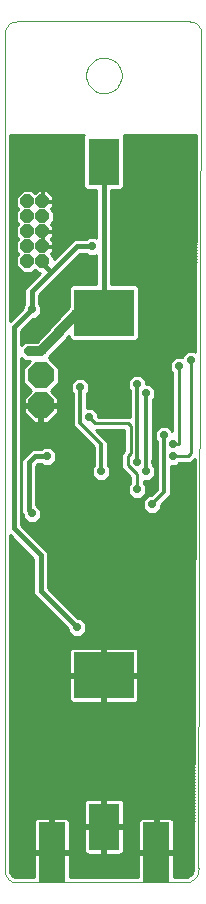
<source format=gbl>
G75*
%MOIN*%
%OFA0B0*%
%FSLAX24Y24*%
%IPPOS*%
%LPD*%
%AMOC8*
5,1,8,0,0,1.08239X$1,22.5*
%
%ADD10C,0.0000*%
%ADD11R,0.0900X0.2000*%
%ADD12OC8,0.0436*%
%ADD13R,0.1024X0.1575*%
%ADD14R,0.2000X0.1559*%
%ADD15OC8,0.0850*%
%ADD16OC8,0.0270*%
%ADD17C,0.0100*%
%ADD18C,0.0160*%
%ADD19OC8,0.0591*%
%ADD20C,0.0120*%
%ADD21C,0.0240*%
%ADD22C,0.0320*%
D10*
X000950Y004251D02*
X000950Y032151D01*
X000952Y032190D01*
X000958Y032229D01*
X000967Y032267D01*
X000980Y032304D01*
X000997Y032340D01*
X001017Y032373D01*
X001041Y032405D01*
X001067Y032434D01*
X001096Y032460D01*
X001128Y032484D01*
X001161Y032504D01*
X001197Y032521D01*
X001234Y032534D01*
X001272Y032543D01*
X001311Y032549D01*
X001350Y032551D01*
X007100Y032551D01*
X007139Y032549D01*
X007178Y032543D01*
X007216Y032534D01*
X007253Y032521D01*
X007289Y032504D01*
X007322Y032484D01*
X007354Y032460D01*
X007383Y032434D01*
X007409Y032405D01*
X007433Y032373D01*
X007453Y032340D01*
X007470Y032304D01*
X007483Y032267D01*
X007492Y032229D01*
X007498Y032190D01*
X007500Y032151D01*
X007400Y004351D01*
X007403Y004309D01*
X007402Y004267D01*
X007397Y004226D01*
X007388Y004185D01*
X007375Y004145D01*
X007359Y004107D01*
X007339Y004070D01*
X007316Y004035D01*
X007290Y004002D01*
X007261Y003972D01*
X007230Y003945D01*
X007195Y003920D01*
X007159Y003899D01*
X007121Y003882D01*
X007082Y003868D01*
X007041Y003857D01*
X007000Y003851D01*
X001350Y003851D01*
X001311Y003853D01*
X001272Y003859D01*
X001234Y003868D01*
X001197Y003881D01*
X001161Y003898D01*
X001128Y003918D01*
X001096Y003942D01*
X001067Y003968D01*
X001041Y003997D01*
X001017Y004029D01*
X000997Y004062D01*
X000980Y004098D01*
X000967Y004135D01*
X000958Y004173D01*
X000952Y004212D01*
X000950Y004251D01*
X002050Y003851D02*
X006450Y003851D01*
X003659Y030751D02*
X003661Y030799D01*
X003667Y030847D01*
X003677Y030894D01*
X003690Y030940D01*
X003708Y030985D01*
X003728Y031029D01*
X003753Y031071D01*
X003781Y031110D01*
X003811Y031147D01*
X003845Y031181D01*
X003882Y031213D01*
X003920Y031242D01*
X003961Y031267D01*
X004004Y031289D01*
X004049Y031307D01*
X004095Y031321D01*
X004142Y031332D01*
X004190Y031339D01*
X004238Y031342D01*
X004286Y031341D01*
X004334Y031336D01*
X004382Y031327D01*
X004428Y031315D01*
X004473Y031298D01*
X004517Y031278D01*
X004559Y031255D01*
X004599Y031228D01*
X004637Y031198D01*
X004672Y031165D01*
X004704Y031129D01*
X004734Y031091D01*
X004760Y031050D01*
X004782Y031007D01*
X004802Y030963D01*
X004817Y030918D01*
X004829Y030871D01*
X004837Y030823D01*
X004841Y030775D01*
X004841Y030727D01*
X004837Y030679D01*
X004829Y030631D01*
X004817Y030584D01*
X004802Y030539D01*
X004782Y030495D01*
X004760Y030452D01*
X004734Y030411D01*
X004704Y030373D01*
X004672Y030337D01*
X004637Y030304D01*
X004599Y030274D01*
X004559Y030247D01*
X004517Y030224D01*
X004473Y030204D01*
X004428Y030187D01*
X004382Y030175D01*
X004334Y030166D01*
X004286Y030161D01*
X004238Y030160D01*
X004190Y030163D01*
X004142Y030170D01*
X004095Y030181D01*
X004049Y030195D01*
X004004Y030213D01*
X003961Y030235D01*
X003920Y030260D01*
X003882Y030289D01*
X003845Y030321D01*
X003811Y030355D01*
X003781Y030392D01*
X003753Y030431D01*
X003728Y030473D01*
X003708Y030517D01*
X003690Y030562D01*
X003677Y030608D01*
X003667Y030655D01*
X003661Y030703D01*
X003659Y030751D01*
D11*
X002510Y004861D03*
X005990Y004861D03*
D12*
X002200Y024551D03*
X002200Y025051D03*
X002200Y025551D03*
X002200Y026051D03*
X002200Y026551D03*
X001700Y026551D03*
X001700Y026051D03*
X001700Y025551D03*
X001700Y025051D03*
X001700Y024551D03*
D13*
X004250Y027877D03*
X004250Y005712D03*
D14*
X004250Y010751D03*
X004250Y022838D03*
D15*
X002150Y020751D03*
X002150Y019751D03*
D16*
X002350Y018951D03*
X002350Y018551D03*
X002350Y018051D03*
X002350Y017551D03*
X002350Y017151D03*
X002350Y015851D03*
X002350Y015451D03*
X002050Y015651D03*
X001850Y016151D03*
X001500Y014751D03*
X001250Y014951D03*
X001250Y013351D03*
X001350Y011751D03*
X001450Y010151D03*
X001250Y008751D03*
X001750Y008751D03*
X002250Y006951D03*
X002350Y008751D03*
X002750Y010351D03*
X002750Y011151D03*
X002550Y012051D03*
X002050Y012951D03*
X001950Y011451D03*
X001700Y013301D03*
X003050Y013251D03*
X003350Y012351D03*
X003550Y013251D03*
X004250Y013151D03*
X004250Y012051D03*
X003950Y009551D03*
X003450Y008751D03*
X003750Y006951D03*
X003350Y005351D03*
X003350Y004851D03*
X003350Y004251D03*
X002950Y006951D03*
X005050Y006951D03*
X005150Y006351D03*
X005150Y005751D03*
X005150Y005351D03*
X005150Y004851D03*
X005150Y004251D03*
X005950Y006251D03*
X005950Y006951D03*
X005650Y008651D03*
X005650Y010251D03*
X005650Y011151D03*
X005650Y012051D03*
X005750Y012951D03*
X005050Y012951D03*
X005050Y015251D03*
X005150Y015751D03*
X005150Y016451D03*
X005350Y016951D03*
X005350Y017851D03*
X005650Y017551D03*
X005850Y016451D03*
X005950Y017851D03*
X006250Y018751D03*
X006550Y018451D03*
X006550Y018051D03*
X006750Y017451D03*
X006750Y016651D03*
X006750Y016151D03*
X006750Y015751D03*
X006950Y014751D03*
X006950Y013351D03*
X007050Y012851D03*
X006750Y012051D03*
X006450Y012951D03*
X007050Y011051D03*
X007050Y009851D03*
X006850Y008751D03*
X006950Y006851D03*
X006950Y006251D03*
X004850Y016051D03*
X004750Y017551D03*
X004950Y019651D03*
X004950Y020251D03*
X004950Y020651D03*
X004950Y021651D03*
X005350Y020451D03*
X005650Y020151D03*
X006050Y020651D03*
X006350Y020451D03*
X006750Y021051D03*
X006950Y022051D03*
X006850Y022351D03*
X007150Y022351D03*
X007150Y021751D03*
X007150Y021251D03*
X006450Y022351D03*
X006050Y022351D03*
X005650Y022351D03*
X006000Y025051D03*
X005600Y026301D03*
X005550Y025451D03*
X005550Y027251D03*
X005650Y028651D03*
X005050Y028651D03*
X005050Y027251D03*
X004650Y026751D03*
X004650Y026151D03*
X004650Y025451D03*
X003850Y025551D03*
X003850Y025051D03*
X003500Y026151D03*
X003550Y026851D03*
X003450Y028651D03*
X003150Y027751D03*
X003150Y027051D03*
X002750Y026051D03*
X002750Y025051D03*
X002850Y024051D03*
X002950Y023751D03*
X003150Y024051D03*
X003150Y024351D03*
X002600Y023751D03*
X001850Y022951D03*
X001750Y021551D03*
X002850Y019951D03*
X003450Y020351D03*
X003750Y019351D03*
X003950Y020151D03*
X004150Y017551D03*
X002450Y027251D03*
X002450Y027951D03*
X002250Y028651D03*
X001950Y027951D03*
X001750Y028651D03*
X001350Y027951D03*
X001350Y027251D03*
X001250Y028651D03*
X002850Y028651D03*
X006150Y027351D03*
X006250Y028651D03*
X006650Y027351D03*
X007050Y028651D03*
X007150Y027351D03*
X007150Y026251D03*
X007050Y025051D03*
X006550Y025051D03*
D17*
X007304Y025024D02*
X004500Y025024D01*
X004500Y025122D02*
X007305Y025122D01*
X007305Y025221D02*
X004500Y025221D01*
X004500Y025319D02*
X007305Y025319D01*
X007306Y025418D02*
X004500Y025418D01*
X004500Y025516D02*
X007306Y025516D01*
X007306Y025615D02*
X004500Y025615D01*
X004500Y025713D02*
X007307Y025713D01*
X007307Y025812D02*
X004500Y025812D01*
X004500Y025910D02*
X007308Y025910D01*
X007308Y026009D02*
X004500Y026009D01*
X004500Y026107D02*
X007308Y026107D01*
X007309Y026206D02*
X004500Y026206D01*
X004500Y026304D02*
X007309Y026304D01*
X007309Y026403D02*
X004500Y026403D01*
X004500Y026501D02*
X007310Y026501D01*
X007310Y026600D02*
X004500Y026600D01*
X004500Y026698D02*
X007310Y026698D01*
X007311Y026797D02*
X004500Y026797D01*
X004500Y026895D02*
X007311Y026895D01*
X007311Y026994D02*
X004906Y026994D01*
X004932Y027020D02*
X004932Y028735D01*
X004916Y028751D01*
X007318Y028751D01*
X007292Y021540D01*
X007276Y021556D01*
X007024Y021556D01*
X006845Y021377D01*
X006845Y021356D01*
X006624Y021356D01*
X006445Y021177D01*
X006445Y020924D01*
X006530Y020839D01*
X006530Y018902D01*
X006376Y019056D01*
X006124Y019056D01*
X005945Y018877D01*
X005945Y018624D01*
X006020Y018549D01*
X006020Y016946D01*
X005830Y016756D01*
X005724Y016756D01*
X005545Y016577D01*
X005545Y016324D01*
X005724Y016146D01*
X005976Y016146D01*
X006155Y016324D01*
X006155Y016430D01*
X006345Y016621D01*
X006480Y016755D01*
X006480Y017746D01*
X006676Y017746D01*
X006761Y017831D01*
X007141Y017831D01*
X007279Y017968D01*
X007230Y004411D01*
X007223Y004402D01*
X007230Y004342D01*
X007230Y004281D01*
X007232Y004279D01*
X007232Y004276D01*
X007201Y004170D01*
X007132Y004084D01*
X007035Y004031D01*
X006986Y004021D01*
X006590Y004021D01*
X006590Y004811D01*
X006040Y004811D01*
X006040Y004911D01*
X005940Y004911D01*
X005940Y006011D01*
X005520Y006011D01*
X005482Y006000D01*
X005448Y005981D01*
X005420Y005953D01*
X005400Y005919D01*
X005390Y005880D01*
X005390Y004911D01*
X005940Y004911D01*
X005940Y004811D01*
X005390Y004811D01*
X005390Y004021D01*
X003110Y004021D01*
X003110Y004811D01*
X002560Y004811D01*
X002560Y004911D01*
X002460Y004911D01*
X002460Y006011D01*
X002040Y006011D01*
X002002Y006000D01*
X001968Y005981D01*
X001940Y005953D01*
X001920Y005919D01*
X001910Y005880D01*
X001910Y004911D01*
X002460Y004911D01*
X002460Y004811D01*
X001910Y004811D01*
X001910Y004021D01*
X001350Y004021D01*
X001305Y004025D01*
X001222Y004059D01*
X001159Y004123D01*
X001124Y004206D01*
X001120Y004251D01*
X001120Y015427D01*
X001900Y014647D01*
X001900Y013501D01*
X001938Y013409D01*
X002008Y013339D01*
X003045Y012302D01*
X003045Y012224D01*
X003224Y012046D01*
X003476Y012046D01*
X003655Y012224D01*
X003655Y012477D01*
X003476Y012656D01*
X003399Y012656D01*
X002400Y013654D01*
X002400Y014800D01*
X002362Y014892D01*
X001500Y015754D01*
X001500Y021334D01*
X001563Y021271D01*
X001623Y021246D01*
X001624Y021246D01*
X001684Y021221D01*
X001779Y021221D01*
X001555Y020997D01*
X001555Y020504D01*
X001823Y020236D01*
X001575Y019989D01*
X001575Y019801D01*
X002100Y019801D01*
X002100Y019701D01*
X001575Y019701D01*
X001575Y019512D01*
X001912Y019176D01*
X002100Y019176D01*
X002100Y019701D01*
X002200Y019701D01*
X002200Y019801D01*
X002725Y019801D01*
X002725Y019989D01*
X002477Y020236D01*
X002745Y020504D01*
X002745Y020997D01*
X002404Y021338D01*
X002430Y021364D01*
X002432Y021370D01*
X003080Y022072D01*
X003080Y021988D01*
X003180Y021889D01*
X005320Y021889D01*
X005420Y021988D01*
X005420Y023688D01*
X005320Y023788D01*
X004500Y023788D01*
X004500Y026920D01*
X004832Y026920D01*
X004932Y027020D01*
X004932Y027092D02*
X007312Y027092D01*
X007312Y027191D02*
X004932Y027191D01*
X004932Y027289D02*
X007313Y027289D01*
X007313Y027388D02*
X004932Y027388D01*
X004932Y027486D02*
X007313Y027486D01*
X007314Y027585D02*
X004932Y027585D01*
X004932Y027683D02*
X007314Y027683D01*
X007314Y027782D02*
X004932Y027782D01*
X004932Y027880D02*
X007315Y027880D01*
X007315Y027979D02*
X004932Y027979D01*
X004932Y028077D02*
X007315Y028077D01*
X007316Y028176D02*
X004932Y028176D01*
X004932Y028274D02*
X007316Y028274D01*
X007316Y028373D02*
X004932Y028373D01*
X004932Y028471D02*
X007317Y028471D01*
X007317Y028570D02*
X004932Y028570D01*
X004932Y028668D02*
X007317Y028668D01*
X007304Y024925D02*
X004500Y024925D01*
X004500Y024827D02*
X007304Y024827D01*
X007303Y024728D02*
X004500Y024728D01*
X004500Y024630D02*
X007303Y024630D01*
X007303Y024531D02*
X004500Y024531D01*
X004500Y024433D02*
X007302Y024433D01*
X007302Y024334D02*
X004500Y024334D01*
X004500Y024236D02*
X007302Y024236D01*
X007301Y024137D02*
X004500Y024137D01*
X004500Y024039D02*
X007301Y024039D01*
X007300Y023940D02*
X004500Y023940D01*
X004500Y023842D02*
X007300Y023842D01*
X007300Y023743D02*
X005365Y023743D01*
X005420Y023645D02*
X007299Y023645D01*
X007299Y023546D02*
X005420Y023546D01*
X005420Y023448D02*
X007299Y023448D01*
X007298Y023349D02*
X005420Y023349D01*
X005420Y023251D02*
X007298Y023251D01*
X007298Y023152D02*
X005420Y023152D01*
X005420Y023054D02*
X007297Y023054D01*
X007297Y022955D02*
X005420Y022955D01*
X005420Y022857D02*
X007297Y022857D01*
X007296Y022758D02*
X005420Y022758D01*
X005420Y022660D02*
X007296Y022660D01*
X007296Y022561D02*
X005420Y022561D01*
X005420Y022463D02*
X007295Y022463D01*
X007295Y022364D02*
X005420Y022364D01*
X005420Y022266D02*
X007294Y022266D01*
X007294Y022167D02*
X005420Y022167D01*
X005420Y022069D02*
X007294Y022069D01*
X007293Y021970D02*
X005402Y021970D01*
X005476Y020756D02*
X005224Y020756D01*
X005045Y020577D01*
X005045Y020324D01*
X005120Y020249D01*
X005120Y019371D01*
X004055Y019371D01*
X004055Y019477D01*
X003876Y019656D01*
X003680Y019656D01*
X003680Y020149D01*
X003755Y020224D01*
X003755Y020477D01*
X003576Y020656D01*
X003324Y020656D01*
X003145Y020477D01*
X003145Y020224D01*
X003220Y020149D01*
X003220Y019055D01*
X003355Y018921D01*
X003920Y018355D01*
X003920Y017752D01*
X003845Y017677D01*
X003845Y017424D01*
X004024Y017246D01*
X004276Y017246D01*
X004455Y017424D01*
X004455Y017677D01*
X004380Y017752D01*
X004380Y018546D01*
X003995Y018931D01*
X004930Y018931D01*
X004930Y018242D01*
X004830Y018142D01*
X004830Y017660D01*
X004959Y017531D01*
X005130Y017360D01*
X005130Y017162D01*
X005045Y017077D01*
X005045Y016824D01*
X005224Y016646D01*
X005476Y016646D01*
X005655Y016824D01*
X005655Y017077D01*
X005570Y017162D01*
X005570Y017246D01*
X005776Y017246D01*
X005955Y017424D01*
X005955Y017677D01*
X005880Y017752D01*
X005880Y019949D01*
X005955Y020024D01*
X005955Y020277D01*
X005776Y020456D01*
X005655Y020456D01*
X005655Y020577D01*
X005476Y020756D01*
X005542Y020690D02*
X006530Y020690D01*
X006530Y020788D02*
X002745Y020788D01*
X002745Y020690D02*
X005158Y020690D01*
X005059Y020591D02*
X003641Y020591D01*
X003739Y020493D02*
X005045Y020493D01*
X005045Y020394D02*
X003755Y020394D01*
X003755Y020296D02*
X005074Y020296D01*
X005120Y020197D02*
X003728Y020197D01*
X003680Y020099D02*
X005120Y020099D01*
X005120Y020000D02*
X003680Y020000D01*
X003680Y019902D02*
X005120Y019902D01*
X005120Y019803D02*
X003680Y019803D01*
X003680Y019705D02*
X005120Y019705D01*
X005120Y019606D02*
X003926Y019606D01*
X004024Y019508D02*
X005120Y019508D01*
X005120Y019409D02*
X004055Y019409D01*
X003950Y019151D02*
X003750Y019351D01*
X003556Y018720D02*
X001500Y018720D01*
X001500Y018818D02*
X003457Y018818D01*
X003359Y018917D02*
X001500Y018917D01*
X001500Y019015D02*
X003260Y019015D01*
X003220Y019114D02*
X001500Y019114D01*
X001500Y019212D02*
X001875Y019212D01*
X001777Y019311D02*
X001500Y019311D01*
X001500Y019409D02*
X001678Y019409D01*
X001580Y019508D02*
X001500Y019508D01*
X001500Y019606D02*
X001575Y019606D01*
X001500Y019705D02*
X002100Y019705D01*
X002100Y019606D02*
X002200Y019606D01*
X002200Y019701D02*
X002200Y019176D01*
X002388Y019176D01*
X002725Y019512D01*
X002725Y019701D01*
X002200Y019701D01*
X002200Y019705D02*
X003220Y019705D01*
X003220Y019803D02*
X002725Y019803D01*
X002725Y019902D02*
X003220Y019902D01*
X003220Y020000D02*
X002714Y020000D01*
X002615Y020099D02*
X003220Y020099D01*
X003172Y020197D02*
X002517Y020197D01*
X002536Y020296D02*
X003145Y020296D01*
X003145Y020394D02*
X002635Y020394D01*
X002733Y020493D02*
X003161Y020493D01*
X003259Y020591D02*
X002745Y020591D01*
X002745Y020887D02*
X006483Y020887D01*
X006445Y020985D02*
X002745Y020985D01*
X002658Y021084D02*
X006445Y021084D01*
X006450Y021182D02*
X002560Y021182D01*
X002461Y021281D02*
X006549Y021281D01*
X006750Y021051D02*
X006750Y018451D01*
X006550Y018451D01*
X006550Y018051D02*
X007050Y018051D01*
X007150Y018151D01*
X007150Y021251D01*
X006946Y021478D02*
X002532Y021478D01*
X002622Y021576D02*
X007292Y021576D01*
X007292Y021675D02*
X002713Y021675D01*
X002804Y021773D02*
X007293Y021773D01*
X007293Y021872D02*
X002895Y021872D01*
X002986Y021970D02*
X003098Y021970D01*
X003080Y022069D02*
X003077Y022069D01*
X002906Y022857D02*
X002155Y022857D01*
X002155Y022824D02*
X002155Y023077D01*
X002100Y023132D01*
X002100Y023447D01*
X002642Y023989D01*
X002712Y024059D01*
X003454Y024801D01*
X003669Y024801D01*
X003724Y024746D01*
X003976Y024746D01*
X004000Y024769D01*
X004000Y023788D01*
X003180Y023788D01*
X003080Y023688D01*
X003080Y023046D01*
X002005Y021881D01*
X001684Y021881D01*
X001624Y021856D01*
X001624Y021856D01*
X001623Y021855D01*
X001563Y021830D01*
X001500Y021767D01*
X001500Y022247D01*
X001899Y022646D01*
X001976Y022646D01*
X002155Y022824D01*
X002089Y022758D02*
X002815Y022758D01*
X002724Y022660D02*
X001990Y022660D01*
X002100Y023152D02*
X003080Y023152D01*
X003080Y023054D02*
X002155Y023054D01*
X002155Y022955D02*
X002997Y022955D01*
X003080Y023251D02*
X002100Y023251D01*
X002100Y023349D02*
X003080Y023349D01*
X003080Y023448D02*
X002101Y023448D01*
X002199Y023546D02*
X003080Y023546D01*
X003080Y023645D02*
X002298Y023645D01*
X002396Y023743D02*
X003135Y023743D01*
X002987Y024334D02*
X004000Y024334D01*
X004000Y024236D02*
X002889Y024236D01*
X002790Y024137D02*
X004000Y024137D01*
X004000Y024039D02*
X002692Y024039D01*
X002593Y023940D02*
X004000Y023940D01*
X004000Y023842D02*
X002495Y023842D01*
X002588Y024642D02*
X002588Y024711D01*
X002485Y024815D01*
X002568Y024898D01*
X002568Y025042D01*
X002209Y025042D01*
X002209Y025060D01*
X002191Y025060D01*
X002191Y025419D01*
X002191Y025542D01*
X002209Y025542D01*
X002209Y025560D01*
X002568Y025560D01*
X002568Y025703D01*
X002485Y025786D01*
X002588Y025890D01*
X002588Y026211D01*
X002485Y026315D01*
X002568Y026398D01*
X002568Y026542D01*
X002209Y026542D01*
X002209Y026560D01*
X002191Y026560D01*
X002191Y026919D01*
X002048Y026919D01*
X001964Y026835D01*
X001861Y026939D01*
X001539Y026939D01*
X001312Y026711D01*
X001312Y026390D01*
X001401Y026301D01*
X001312Y026211D01*
X001312Y025890D01*
X001401Y025801D01*
X001312Y025711D01*
X001312Y025390D01*
X001401Y025301D01*
X001312Y025211D01*
X001312Y024890D01*
X001401Y024801D01*
X001312Y024711D01*
X001312Y024390D01*
X001539Y024163D01*
X001861Y024163D01*
X001950Y024252D01*
X002039Y024163D01*
X002108Y024163D01*
X001638Y023692D01*
X001600Y023600D01*
X001600Y023132D01*
X001545Y023077D01*
X001545Y022999D01*
X001120Y022574D01*
X001120Y028751D01*
X003584Y028751D01*
X003568Y028735D01*
X003568Y027020D01*
X003668Y026920D01*
X004000Y026920D01*
X004000Y025332D01*
X003976Y025356D01*
X003724Y025356D01*
X003669Y025301D01*
X003300Y025301D01*
X003208Y025263D01*
X002588Y024642D01*
X002571Y024728D02*
X002674Y024728D01*
X002568Y024925D02*
X002871Y024925D01*
X002773Y024827D02*
X002497Y024827D01*
X002568Y025024D02*
X002970Y025024D01*
X003068Y025122D02*
X002568Y025122D01*
X002568Y025060D02*
X002568Y025203D01*
X002471Y025301D01*
X002568Y025398D01*
X002568Y025542D01*
X002209Y025542D01*
X002209Y025060D01*
X002568Y025060D01*
X002551Y025221D02*
X003167Y025221D01*
X003381Y024728D02*
X004000Y024728D01*
X004000Y024630D02*
X003283Y024630D01*
X003184Y024531D02*
X004000Y024531D01*
X004000Y024433D02*
X003086Y024433D01*
X002633Y022561D02*
X001814Y022561D01*
X001716Y022463D02*
X002542Y022463D01*
X002451Y022364D02*
X001617Y022364D01*
X001519Y022266D02*
X002361Y022266D01*
X002270Y022167D02*
X001500Y022167D01*
X001500Y022069D02*
X002179Y022069D01*
X002088Y021970D02*
X001500Y021970D01*
X001500Y021872D02*
X001663Y021872D01*
X001624Y021246D02*
X001624Y021246D01*
X001553Y021281D02*
X001500Y021281D01*
X001500Y021182D02*
X001740Y021182D01*
X001642Y021084D02*
X001500Y021084D01*
X001500Y020985D02*
X001555Y020985D01*
X001555Y020887D02*
X001500Y020887D01*
X001500Y020788D02*
X001555Y020788D01*
X001555Y020690D02*
X001500Y020690D01*
X001500Y020591D02*
X001555Y020591D01*
X001567Y020493D02*
X001500Y020493D01*
X001500Y020394D02*
X001665Y020394D01*
X001764Y020296D02*
X001500Y020296D01*
X001500Y020197D02*
X001783Y020197D01*
X001685Y020099D02*
X001500Y020099D01*
X001500Y020000D02*
X001586Y020000D01*
X001575Y019902D02*
X001500Y019902D01*
X001500Y019803D02*
X001575Y019803D01*
X001500Y018621D02*
X003654Y018621D01*
X003753Y018523D02*
X001500Y018523D01*
X001500Y018424D02*
X003851Y018424D01*
X003920Y018326D02*
X002506Y018326D01*
X002476Y018356D02*
X002224Y018356D01*
X002169Y018301D01*
X001900Y018301D01*
X001808Y018263D01*
X001738Y018192D01*
X001538Y017992D01*
X001500Y017900D01*
X001500Y016201D01*
X001538Y016109D01*
X001545Y016102D01*
X001545Y016024D01*
X001724Y015846D01*
X001976Y015846D01*
X002155Y016024D01*
X002155Y016277D01*
X002000Y016432D01*
X002000Y017747D01*
X002054Y017801D01*
X002169Y017801D01*
X002224Y017746D01*
X002476Y017746D01*
X002655Y017924D01*
X002655Y018177D01*
X002476Y018356D01*
X002605Y018227D02*
X003920Y018227D01*
X003920Y018129D02*
X002655Y018129D01*
X002655Y018030D02*
X003920Y018030D01*
X003920Y017932D02*
X002655Y017932D01*
X002564Y017833D02*
X003920Y017833D01*
X003903Y017735D02*
X002000Y017735D01*
X002000Y017636D02*
X003845Y017636D01*
X003845Y017538D02*
X002000Y017538D01*
X002000Y017439D02*
X003845Y017439D01*
X003929Y017341D02*
X002000Y017341D01*
X002000Y017242D02*
X005130Y017242D01*
X005130Y017341D02*
X004371Y017341D01*
X004455Y017439D02*
X005050Y017439D01*
X005350Y017451D02*
X005050Y017751D01*
X005050Y018051D01*
X005150Y018151D01*
X005150Y019051D01*
X005050Y019151D01*
X003950Y019151D01*
X004009Y018917D02*
X004930Y018917D01*
X004930Y018818D02*
X004108Y018818D01*
X004206Y018720D02*
X004930Y018720D01*
X004930Y018621D02*
X004305Y018621D01*
X004380Y018523D02*
X004930Y018523D01*
X004930Y018424D02*
X004380Y018424D01*
X004380Y018326D02*
X004930Y018326D01*
X004915Y018227D02*
X004380Y018227D01*
X004380Y018129D02*
X004830Y018129D01*
X004830Y018030D02*
X004380Y018030D01*
X004380Y017932D02*
X004830Y017932D01*
X004830Y017833D02*
X004380Y017833D01*
X004397Y017735D02*
X004830Y017735D01*
X004853Y017636D02*
X004455Y017636D01*
X004455Y017538D02*
X004952Y017538D01*
X005112Y017144D02*
X002000Y017144D01*
X002000Y017045D02*
X005045Y017045D01*
X005045Y016947D02*
X002000Y016947D01*
X002000Y016848D02*
X005045Y016848D01*
X005120Y016750D02*
X002000Y016750D01*
X002000Y016651D02*
X005218Y016651D01*
X005350Y016951D02*
X005350Y017451D01*
X005570Y017242D02*
X006020Y017242D01*
X006020Y017144D02*
X005588Y017144D01*
X005655Y017045D02*
X006020Y017045D01*
X006020Y016947D02*
X005655Y016947D01*
X005655Y016848D02*
X005922Y016848D01*
X005871Y017341D02*
X006020Y017341D01*
X006020Y017439D02*
X005955Y017439D01*
X005955Y017538D02*
X006020Y017538D01*
X006020Y017636D02*
X005955Y017636D01*
X005897Y017735D02*
X006020Y017735D01*
X006020Y017833D02*
X005880Y017833D01*
X005880Y017932D02*
X006020Y017932D01*
X006020Y018030D02*
X005880Y018030D01*
X005880Y018129D02*
X006020Y018129D01*
X006020Y018227D02*
X005880Y018227D01*
X005880Y018326D02*
X006020Y018326D01*
X006020Y018424D02*
X005880Y018424D01*
X005880Y018523D02*
X006020Y018523D01*
X005948Y018621D02*
X005880Y018621D01*
X005880Y018720D02*
X005945Y018720D01*
X005945Y018818D02*
X005880Y018818D01*
X005880Y018917D02*
X005985Y018917D01*
X006083Y019015D02*
X005880Y019015D01*
X005880Y019114D02*
X006530Y019114D01*
X006530Y019212D02*
X005880Y019212D01*
X005880Y019311D02*
X006530Y019311D01*
X006530Y019409D02*
X005880Y019409D01*
X005880Y019508D02*
X006530Y019508D01*
X006530Y019606D02*
X005880Y019606D01*
X005880Y019705D02*
X006530Y019705D01*
X006530Y019803D02*
X005880Y019803D01*
X005880Y019902D02*
X006530Y019902D01*
X006530Y020000D02*
X005931Y020000D01*
X005955Y020099D02*
X006530Y020099D01*
X006530Y020197D02*
X005955Y020197D01*
X005936Y020296D02*
X006530Y020296D01*
X006530Y020394D02*
X005838Y020394D01*
X005655Y020493D02*
X006530Y020493D01*
X006530Y020591D02*
X005641Y020591D01*
X006417Y019015D02*
X006530Y019015D01*
X006530Y018917D02*
X006515Y018917D01*
X006480Y017735D02*
X007278Y017735D01*
X007278Y017833D02*
X007144Y017833D01*
X007242Y017932D02*
X007279Y017932D01*
X007278Y017636D02*
X006480Y017636D01*
X006480Y017538D02*
X007277Y017538D01*
X007277Y017439D02*
X006480Y017439D01*
X006480Y017341D02*
X007277Y017341D01*
X007276Y017242D02*
X006480Y017242D01*
X006480Y017144D02*
X007276Y017144D01*
X007276Y017045D02*
X006480Y017045D01*
X006480Y016947D02*
X007275Y016947D01*
X007275Y016848D02*
X006480Y016848D01*
X006474Y016750D02*
X007275Y016750D01*
X007274Y016651D02*
X006376Y016651D01*
X006277Y016553D02*
X007274Y016553D01*
X007274Y016454D02*
X006179Y016454D01*
X006155Y016356D02*
X007273Y016356D01*
X007273Y016257D02*
X006088Y016257D01*
X005989Y016159D02*
X007272Y016159D01*
X007272Y016060D02*
X002155Y016060D01*
X002155Y016159D02*
X005711Y016159D01*
X005612Y016257D02*
X002155Y016257D01*
X002076Y016356D02*
X005545Y016356D01*
X005545Y016454D02*
X002000Y016454D01*
X002000Y016553D02*
X005545Y016553D01*
X005482Y016651D02*
X005619Y016651D01*
X005580Y016750D02*
X005718Y016750D01*
X006450Y013851D02*
X006950Y013351D01*
X007262Y013302D02*
X002752Y013302D01*
X002654Y013401D02*
X007263Y013401D01*
X007263Y013499D02*
X002555Y013499D01*
X002457Y013598D02*
X007263Y013598D01*
X007264Y013696D02*
X002400Y013696D01*
X002400Y013795D02*
X007264Y013795D01*
X007264Y013893D02*
X002400Y013893D01*
X002400Y013992D02*
X007265Y013992D01*
X007265Y014090D02*
X002400Y014090D01*
X002400Y014189D02*
X007265Y014189D01*
X007266Y014287D02*
X002400Y014287D01*
X002400Y014386D02*
X007266Y014386D01*
X007266Y014484D02*
X002400Y014484D01*
X002400Y014583D02*
X007267Y014583D01*
X007267Y014681D02*
X002400Y014681D01*
X002400Y014780D02*
X007268Y014780D01*
X007268Y014878D02*
X002368Y014878D01*
X002278Y014977D02*
X007268Y014977D01*
X007269Y015075D02*
X002179Y015075D01*
X002081Y015174D02*
X007269Y015174D01*
X007269Y015272D02*
X001982Y015272D01*
X001884Y015371D02*
X007270Y015371D01*
X007270Y015469D02*
X001785Y015469D01*
X001687Y015568D02*
X007270Y015568D01*
X007271Y015666D02*
X001588Y015666D01*
X001500Y015765D02*
X007271Y015765D01*
X007271Y015863D02*
X001994Y015863D01*
X002092Y015962D02*
X007272Y015962D01*
X007262Y013204D02*
X002851Y013204D01*
X002949Y013105D02*
X007261Y013105D01*
X007261Y013007D02*
X003048Y013007D01*
X003146Y012908D02*
X007261Y012908D01*
X007260Y012810D02*
X003245Y012810D01*
X003343Y012711D02*
X007260Y012711D01*
X007260Y012613D02*
X003519Y012613D01*
X003618Y012514D02*
X007259Y012514D01*
X007259Y012416D02*
X003655Y012416D01*
X003655Y012317D02*
X007259Y012317D01*
X007258Y012219D02*
X003649Y012219D01*
X003551Y012120D02*
X007258Y012120D01*
X007258Y012022D02*
X001120Y012022D01*
X001120Y012120D02*
X003149Y012120D01*
X003051Y012219D02*
X001120Y012219D01*
X001120Y012317D02*
X003030Y012317D01*
X002931Y012416D02*
X001120Y012416D01*
X001120Y012514D02*
X002833Y012514D01*
X002734Y012613D02*
X001120Y012613D01*
X001120Y012711D02*
X002636Y012711D01*
X002537Y012810D02*
X001120Y012810D01*
X001120Y012908D02*
X002439Y012908D01*
X002340Y013007D02*
X001120Y013007D01*
X001120Y013105D02*
X002242Y013105D01*
X002143Y013204D02*
X001120Y013204D01*
X001120Y013302D02*
X002045Y013302D01*
X001946Y013401D02*
X001120Y013401D01*
X001120Y013499D02*
X001901Y013499D01*
X001900Y013598D02*
X001120Y013598D01*
X001120Y013696D02*
X001900Y013696D01*
X001900Y013795D02*
X001120Y013795D01*
X001120Y013893D02*
X001900Y013893D01*
X001900Y013992D02*
X001120Y013992D01*
X001120Y014090D02*
X001900Y014090D01*
X001900Y014189D02*
X001120Y014189D01*
X001120Y014287D02*
X001900Y014287D01*
X001900Y014386D02*
X001120Y014386D01*
X001120Y014484D02*
X001900Y014484D01*
X001900Y014583D02*
X001120Y014583D01*
X001120Y014681D02*
X001866Y014681D01*
X001767Y014780D02*
X001120Y014780D01*
X001120Y014878D02*
X001669Y014878D01*
X001570Y014977D02*
X001120Y014977D01*
X001120Y015075D02*
X001472Y015075D01*
X001373Y015174D02*
X001120Y015174D01*
X001120Y015272D02*
X001275Y015272D01*
X001176Y015371D02*
X001120Y015371D01*
X001500Y015863D02*
X001706Y015863D01*
X001608Y015962D02*
X001500Y015962D01*
X001500Y016060D02*
X001545Y016060D01*
X001517Y016159D02*
X001500Y016159D01*
X001500Y016257D02*
X001500Y016257D01*
X001500Y016356D02*
X001500Y016356D01*
X001500Y016454D02*
X001500Y016454D01*
X001500Y016553D02*
X001500Y016553D01*
X001500Y016651D02*
X001500Y016651D01*
X001500Y016750D02*
X001500Y016750D01*
X001500Y016848D02*
X001500Y016848D01*
X001500Y016947D02*
X001500Y016947D01*
X001500Y017045D02*
X001500Y017045D01*
X001500Y017144D02*
X001500Y017144D01*
X001500Y017242D02*
X001500Y017242D01*
X001500Y017341D02*
X001500Y017341D01*
X001500Y017439D02*
X001500Y017439D01*
X001500Y017538D02*
X001500Y017538D01*
X001500Y017636D02*
X001500Y017636D01*
X001500Y017735D02*
X001500Y017735D01*
X001500Y017833D02*
X001500Y017833D01*
X001500Y017932D02*
X001513Y017932D01*
X001500Y018030D02*
X001576Y018030D01*
X001500Y018129D02*
X001674Y018129D01*
X001773Y018227D02*
X001500Y018227D01*
X001500Y018326D02*
X002194Y018326D01*
X002200Y019212D02*
X002100Y019212D01*
X002100Y019311D02*
X002200Y019311D01*
X002200Y019409D02*
X002100Y019409D01*
X002100Y019508D02*
X002200Y019508D01*
X002425Y019212D02*
X003220Y019212D01*
X003220Y019311D02*
X002523Y019311D01*
X002622Y019409D02*
X003220Y019409D01*
X003220Y019508D02*
X002720Y019508D01*
X002725Y019606D02*
X003220Y019606D01*
X002441Y021379D02*
X006847Y021379D01*
X007257Y011923D02*
X001120Y011923D01*
X001120Y011825D02*
X007257Y011825D01*
X007257Y011726D02*
X001120Y011726D01*
X001120Y011628D02*
X003135Y011628D01*
X003130Y011623D02*
X003110Y011589D01*
X003100Y011551D01*
X003100Y010801D01*
X004200Y010801D01*
X004200Y010701D01*
X004300Y010701D01*
X004300Y009822D01*
X005270Y009822D01*
X005308Y009832D01*
X005342Y009852D01*
X005370Y009880D01*
X005390Y009914D01*
X005400Y009952D01*
X005400Y010701D01*
X004300Y010701D01*
X004300Y010801D01*
X005400Y010801D01*
X005400Y011551D01*
X005390Y011589D01*
X005370Y011623D01*
X005342Y011651D01*
X005308Y011671D01*
X005270Y011681D01*
X004300Y011681D01*
X004300Y010801D01*
X004200Y010801D01*
X004200Y011681D01*
X003230Y011681D01*
X003192Y011671D01*
X003158Y011651D01*
X003130Y011623D01*
X003100Y011529D02*
X001120Y011529D01*
X001120Y011431D02*
X003100Y011431D01*
X003100Y011332D02*
X001120Y011332D01*
X001120Y011234D02*
X003100Y011234D01*
X003100Y011135D02*
X001120Y011135D01*
X001120Y011037D02*
X003100Y011037D01*
X003100Y010938D02*
X001120Y010938D01*
X001120Y010840D02*
X003100Y010840D01*
X003100Y010701D02*
X003100Y009952D01*
X003110Y009914D01*
X003130Y009880D01*
X003158Y009852D01*
X003192Y009832D01*
X003230Y009822D01*
X004200Y009822D01*
X004200Y010701D01*
X003100Y010701D01*
X003100Y010643D02*
X001120Y010643D01*
X001120Y010741D02*
X004200Y010741D01*
X004200Y010643D02*
X004300Y010643D01*
X004300Y010741D02*
X007253Y010741D01*
X007253Y010643D02*
X005400Y010643D01*
X005400Y010544D02*
X007252Y010544D01*
X007252Y010446D02*
X005400Y010446D01*
X005400Y010347D02*
X007252Y010347D01*
X007251Y010249D02*
X005400Y010249D01*
X005400Y010150D02*
X007251Y010150D01*
X007251Y010052D02*
X005400Y010052D01*
X005400Y009953D02*
X007250Y009953D01*
X007250Y009855D02*
X005345Y009855D01*
X005400Y010840D02*
X007253Y010840D01*
X007254Y010938D02*
X005400Y010938D01*
X005400Y011037D02*
X007254Y011037D01*
X007254Y011135D02*
X005400Y011135D01*
X005400Y011234D02*
X007255Y011234D01*
X007255Y011332D02*
X005400Y011332D01*
X005400Y011431D02*
X007255Y011431D01*
X007256Y011529D02*
X005400Y011529D01*
X005365Y011628D02*
X007256Y011628D01*
X007249Y009756D02*
X001120Y009756D01*
X001120Y009658D02*
X007249Y009658D01*
X007249Y009559D02*
X001120Y009559D01*
X001120Y009461D02*
X007248Y009461D01*
X007248Y009362D02*
X001120Y009362D01*
X001120Y009264D02*
X007248Y009264D01*
X007247Y009165D02*
X001120Y009165D01*
X001120Y009067D02*
X007247Y009067D01*
X007247Y008968D02*
X001120Y008968D01*
X001120Y008870D02*
X007246Y008870D01*
X007246Y008771D02*
X001120Y008771D01*
X001120Y008673D02*
X007246Y008673D01*
X007245Y008574D02*
X001120Y008574D01*
X001120Y008476D02*
X007245Y008476D01*
X007244Y008377D02*
X001120Y008377D01*
X001120Y008279D02*
X007244Y008279D01*
X007244Y008180D02*
X001120Y008180D01*
X001120Y008082D02*
X007243Y008082D01*
X007243Y007983D02*
X001120Y007983D01*
X001120Y007885D02*
X007243Y007885D01*
X007242Y007786D02*
X001120Y007786D01*
X001120Y007688D02*
X007242Y007688D01*
X007242Y007589D02*
X001120Y007589D01*
X001120Y007491D02*
X007241Y007491D01*
X007241Y007392D02*
X001120Y007392D01*
X001120Y007294D02*
X007241Y007294D01*
X007240Y007195D02*
X001120Y007195D01*
X001120Y007097D02*
X007240Y007097D01*
X007240Y006998D02*
X001120Y006998D01*
X001120Y006900D02*
X007239Y006900D01*
X007239Y006801D02*
X001120Y006801D01*
X001120Y006703D02*
X007238Y006703D01*
X007238Y006604D02*
X004869Y006604D01*
X004882Y006592D02*
X004854Y006619D01*
X004820Y006639D01*
X004782Y006649D01*
X004300Y006649D01*
X004300Y005762D01*
X004912Y005762D01*
X004912Y006519D01*
X004902Y006557D01*
X004882Y006592D01*
X004912Y006506D02*
X007238Y006506D01*
X007237Y006407D02*
X004912Y006407D01*
X004912Y006309D02*
X007237Y006309D01*
X007237Y006210D02*
X004912Y006210D01*
X004912Y006112D02*
X007236Y006112D01*
X007236Y006013D02*
X004912Y006013D01*
X004912Y005915D02*
X005399Y005915D01*
X005390Y005816D02*
X004912Y005816D01*
X004912Y005662D02*
X004912Y004905D01*
X004902Y004867D01*
X004882Y004833D01*
X004854Y004805D01*
X004820Y004785D01*
X004782Y004775D01*
X004300Y004775D01*
X004300Y005662D01*
X004200Y005662D01*
X004200Y004775D01*
X003718Y004775D01*
X003680Y004785D01*
X003646Y004805D01*
X003618Y004833D01*
X003598Y004867D01*
X003588Y004905D01*
X003588Y005662D01*
X004200Y005662D01*
X004200Y005762D01*
X003588Y005762D01*
X003588Y006519D01*
X003598Y006557D01*
X003618Y006592D01*
X003646Y006619D01*
X003680Y006639D01*
X003718Y006649D01*
X004200Y006649D01*
X004200Y005762D01*
X004300Y005762D01*
X004300Y005662D01*
X004912Y005662D01*
X004912Y005619D02*
X005390Y005619D01*
X005390Y005521D02*
X004912Y005521D01*
X004912Y005422D02*
X005390Y005422D01*
X005390Y005324D02*
X004912Y005324D01*
X004912Y005225D02*
X005390Y005225D01*
X005390Y005127D02*
X004912Y005127D01*
X004912Y005028D02*
X005390Y005028D01*
X005390Y004930D02*
X004912Y004930D01*
X004880Y004831D02*
X005940Y004831D01*
X005940Y004930D02*
X006040Y004930D01*
X006040Y004911D02*
X006040Y006011D01*
X006460Y006011D01*
X006498Y006000D01*
X006532Y005981D01*
X006560Y005953D01*
X006580Y005919D01*
X006590Y005880D01*
X006590Y004911D01*
X006040Y004911D01*
X006040Y004831D02*
X007232Y004831D01*
X007231Y004733D02*
X006590Y004733D01*
X006590Y004634D02*
X007231Y004634D01*
X007231Y004536D02*
X006590Y004536D01*
X006590Y004437D02*
X007230Y004437D01*
X007230Y004339D02*
X006590Y004339D01*
X006590Y004240D02*
X007221Y004240D01*
X007178Y004142D02*
X006590Y004142D01*
X006590Y004043D02*
X007057Y004043D01*
X007232Y004930D02*
X006590Y004930D01*
X006590Y005028D02*
X007232Y005028D01*
X007233Y005127D02*
X006590Y005127D01*
X006590Y005225D02*
X007233Y005225D01*
X007234Y005324D02*
X006590Y005324D01*
X006590Y005422D02*
X007234Y005422D01*
X007234Y005521D02*
X006590Y005521D01*
X006590Y005619D02*
X007235Y005619D01*
X007235Y005718D02*
X006590Y005718D01*
X006590Y005816D02*
X007235Y005816D01*
X007236Y005915D02*
X006581Y005915D01*
X006250Y006251D02*
X005950Y006251D01*
X005150Y005751D01*
X005390Y005718D02*
X004300Y005718D01*
X004300Y005816D02*
X004200Y005816D01*
X004200Y005718D02*
X003110Y005718D01*
X003110Y005816D02*
X003588Y005816D01*
X003588Y005915D02*
X003101Y005915D01*
X003100Y005919D02*
X003080Y005953D01*
X003052Y005981D01*
X003018Y006000D01*
X002980Y006011D01*
X002560Y006011D01*
X002560Y004911D01*
X003110Y004911D01*
X003110Y005880D01*
X003100Y005919D01*
X003110Y005619D02*
X003588Y005619D01*
X003588Y005521D02*
X003110Y005521D01*
X003110Y005422D02*
X003588Y005422D01*
X003588Y005324D02*
X003110Y005324D01*
X003110Y005225D02*
X003588Y005225D01*
X003588Y005127D02*
X003110Y005127D01*
X003110Y005028D02*
X003588Y005028D01*
X003588Y004930D02*
X003110Y004930D01*
X003110Y004733D02*
X005390Y004733D01*
X005390Y004634D02*
X003110Y004634D01*
X003110Y004536D02*
X005390Y004536D01*
X005390Y004437D02*
X003110Y004437D01*
X003110Y004339D02*
X005390Y004339D01*
X005390Y004240D02*
X003110Y004240D01*
X003110Y004142D02*
X005390Y004142D01*
X005390Y004043D02*
X003110Y004043D01*
X003620Y004831D02*
X002560Y004831D01*
X002560Y004930D02*
X002460Y004930D01*
X002460Y005028D02*
X002560Y005028D01*
X002560Y005127D02*
X002460Y005127D01*
X002460Y005225D02*
X002560Y005225D01*
X002560Y005324D02*
X002460Y005324D01*
X002460Y005422D02*
X002560Y005422D01*
X002560Y005521D02*
X002460Y005521D01*
X002460Y005619D02*
X002560Y005619D01*
X002560Y005718D02*
X002460Y005718D01*
X002460Y005816D02*
X002560Y005816D01*
X002560Y005915D02*
X002460Y005915D01*
X002460Y004831D02*
X001120Y004831D01*
X001120Y004733D02*
X001910Y004733D01*
X001910Y004634D02*
X001120Y004634D01*
X001120Y004536D02*
X001910Y004536D01*
X001910Y004437D02*
X001120Y004437D01*
X001120Y004339D02*
X001910Y004339D01*
X001910Y004240D02*
X001121Y004240D01*
X001151Y004142D02*
X001910Y004142D01*
X001910Y004043D02*
X001261Y004043D01*
X001120Y004930D02*
X001910Y004930D01*
X001910Y005028D02*
X001120Y005028D01*
X001120Y005127D02*
X001910Y005127D01*
X001910Y005225D02*
X001120Y005225D01*
X001120Y005324D02*
X001910Y005324D01*
X001910Y005422D02*
X001120Y005422D01*
X001120Y005521D02*
X001910Y005521D01*
X001910Y005619D02*
X001120Y005619D01*
X001120Y005718D02*
X001910Y005718D01*
X001910Y005816D02*
X001120Y005816D01*
X001120Y005915D02*
X001919Y005915D01*
X001120Y006013D02*
X003588Y006013D01*
X003588Y006112D02*
X001120Y006112D01*
X001120Y006210D02*
X003588Y006210D01*
X003588Y006309D02*
X001120Y006309D01*
X001120Y006407D02*
X003588Y006407D01*
X003588Y006506D02*
X001120Y006506D01*
X001120Y006604D02*
X003631Y006604D01*
X004200Y006604D02*
X004300Y006604D01*
X004300Y006506D02*
X004200Y006506D01*
X004200Y006407D02*
X004300Y006407D01*
X004300Y006309D02*
X004200Y006309D01*
X004200Y006210D02*
X004300Y006210D01*
X004300Y006112D02*
X004200Y006112D01*
X004200Y006013D02*
X004300Y006013D01*
X004300Y005915D02*
X004200Y005915D01*
X004200Y005619D02*
X004300Y005619D01*
X004300Y005521D02*
X004200Y005521D01*
X004200Y005422D02*
X004300Y005422D01*
X004300Y005324D02*
X004200Y005324D01*
X004200Y005225D02*
X004300Y005225D01*
X004300Y005127D02*
X004200Y005127D01*
X004200Y005028D02*
X004300Y005028D01*
X004300Y004930D02*
X004200Y004930D01*
X004200Y004831D02*
X004300Y004831D01*
X004200Y009855D02*
X004300Y009855D01*
X004300Y009953D02*
X004200Y009953D01*
X004200Y010052D02*
X004300Y010052D01*
X004300Y010150D02*
X004200Y010150D01*
X004200Y010249D02*
X004300Y010249D01*
X004300Y010347D02*
X004200Y010347D01*
X004200Y010446D02*
X004300Y010446D01*
X004300Y010544D02*
X004200Y010544D01*
X004200Y010840D02*
X004300Y010840D01*
X004300Y010938D02*
X004200Y010938D01*
X004200Y011037D02*
X004300Y011037D01*
X004300Y011135D02*
X004200Y011135D01*
X004200Y011234D02*
X004300Y011234D01*
X004300Y011332D02*
X004200Y011332D01*
X004200Y011431D02*
X004300Y011431D01*
X004300Y011529D02*
X004200Y011529D01*
X004200Y011628D02*
X004300Y011628D01*
X003155Y009855D02*
X001120Y009855D01*
X001120Y009953D02*
X003100Y009953D01*
X003100Y010052D02*
X001120Y010052D01*
X001120Y010150D02*
X003100Y010150D01*
X003100Y010249D02*
X001120Y010249D01*
X001120Y010347D02*
X003100Y010347D01*
X003100Y010446D02*
X001120Y010446D01*
X001120Y010544D02*
X003100Y010544D01*
X001506Y021773D02*
X001500Y021773D01*
X001304Y022758D02*
X001120Y022758D01*
X001120Y022660D02*
X001205Y022660D01*
X001120Y022857D02*
X001402Y022857D01*
X001501Y022955D02*
X001120Y022955D01*
X001120Y023054D02*
X001545Y023054D01*
X001600Y023152D02*
X001120Y023152D01*
X001120Y023251D02*
X001600Y023251D01*
X001600Y023349D02*
X001120Y023349D01*
X001120Y023448D02*
X001600Y023448D01*
X001600Y023546D02*
X001120Y023546D01*
X001120Y023645D02*
X001618Y023645D01*
X001689Y023743D02*
X001120Y023743D01*
X001120Y023842D02*
X001787Y023842D01*
X001886Y023940D02*
X001120Y023940D01*
X001120Y024039D02*
X001984Y024039D01*
X002083Y024137D02*
X001120Y024137D01*
X001120Y024236D02*
X001466Y024236D01*
X001368Y024334D02*
X001120Y024334D01*
X001120Y024433D02*
X001312Y024433D01*
X001312Y024531D02*
X001120Y024531D01*
X001120Y024630D02*
X001312Y024630D01*
X001329Y024728D02*
X001120Y024728D01*
X001120Y024827D02*
X001375Y024827D01*
X001312Y024925D02*
X001120Y024925D01*
X001120Y025024D02*
X001312Y025024D01*
X001312Y025122D02*
X001120Y025122D01*
X001120Y025221D02*
X001321Y025221D01*
X001383Y025319D02*
X001120Y025319D01*
X001120Y025418D02*
X001312Y025418D01*
X001312Y025516D02*
X001120Y025516D01*
X001120Y025615D02*
X001312Y025615D01*
X001314Y025713D02*
X001120Y025713D01*
X001120Y025812D02*
X001390Y025812D01*
X001312Y025910D02*
X001120Y025910D01*
X001120Y026009D02*
X001312Y026009D01*
X001312Y026107D02*
X001120Y026107D01*
X001120Y026206D02*
X001312Y026206D01*
X001398Y026304D02*
X001120Y026304D01*
X001120Y026403D02*
X001312Y026403D01*
X001312Y026501D02*
X001120Y026501D01*
X001120Y026600D02*
X001312Y026600D01*
X001312Y026698D02*
X001120Y026698D01*
X001120Y026797D02*
X001397Y026797D01*
X001496Y026895D02*
X001120Y026895D01*
X001120Y026994D02*
X003594Y026994D01*
X003568Y027092D02*
X001120Y027092D01*
X001120Y027191D02*
X003568Y027191D01*
X003568Y027289D02*
X001120Y027289D01*
X001120Y027388D02*
X003568Y027388D01*
X003568Y027486D02*
X001120Y027486D01*
X001120Y027585D02*
X003568Y027585D01*
X003568Y027683D02*
X001120Y027683D01*
X001120Y027782D02*
X003568Y027782D01*
X003568Y027880D02*
X001120Y027880D01*
X001120Y027979D02*
X003568Y027979D01*
X003568Y028077D02*
X001120Y028077D01*
X001120Y028176D02*
X003568Y028176D01*
X003568Y028274D02*
X001120Y028274D01*
X001120Y028373D02*
X003568Y028373D01*
X003568Y028471D02*
X001120Y028471D01*
X001120Y028570D02*
X003568Y028570D01*
X003568Y028668D02*
X001120Y028668D01*
X001904Y026895D02*
X002024Y026895D01*
X002191Y026895D02*
X002209Y026895D01*
X002209Y026919D02*
X002209Y026560D01*
X002568Y026560D01*
X002568Y026703D01*
X002352Y026919D01*
X002209Y026919D01*
X002209Y026797D02*
X002191Y026797D01*
X002191Y026698D02*
X002209Y026698D01*
X002209Y026600D02*
X002191Y026600D01*
X002376Y026895D02*
X004000Y026895D01*
X004000Y026797D02*
X002475Y026797D01*
X002568Y026698D02*
X004000Y026698D01*
X004000Y026600D02*
X002568Y026600D01*
X002568Y026501D02*
X004000Y026501D01*
X004000Y026403D02*
X002568Y026403D01*
X002495Y026304D02*
X004000Y026304D01*
X004000Y026206D02*
X002588Y026206D01*
X002588Y026107D02*
X004000Y026107D01*
X004000Y026009D02*
X002588Y026009D01*
X002588Y025910D02*
X004000Y025910D01*
X004000Y025812D02*
X002510Y025812D01*
X002558Y025713D02*
X004000Y025713D01*
X004000Y025615D02*
X002568Y025615D01*
X002568Y025516D02*
X004000Y025516D01*
X004000Y025418D02*
X002568Y025418D01*
X002489Y025319D02*
X003687Y025319D01*
X002209Y025319D02*
X002191Y025319D01*
X002191Y025221D02*
X002209Y025221D01*
X002209Y025122D02*
X002191Y025122D01*
X002191Y025418D02*
X002209Y025418D01*
X002209Y025516D02*
X002191Y025516D01*
X001966Y024236D02*
X001934Y024236D01*
X005850Y006251D02*
X005950Y006251D01*
X005940Y005915D02*
X006040Y005915D01*
X006040Y005816D02*
X005940Y005816D01*
X005940Y005718D02*
X006040Y005718D01*
X006040Y005619D02*
X005940Y005619D01*
X005940Y005521D02*
X006040Y005521D01*
X006040Y005422D02*
X005940Y005422D01*
X005940Y005324D02*
X006040Y005324D01*
X006040Y005225D02*
X005940Y005225D01*
X005940Y005127D02*
X006040Y005127D01*
X006040Y005028D02*
X005940Y005028D01*
D18*
X006950Y013351D02*
X006350Y014751D01*
X005150Y016051D02*
X004850Y016351D01*
X004250Y016351D01*
X002150Y013551D02*
X003350Y012351D01*
X002150Y013551D02*
X002150Y014751D01*
X001250Y015651D01*
X001250Y022351D01*
X001850Y022951D01*
X001850Y023551D01*
X002500Y024201D01*
X002200Y024501D01*
X002200Y024551D01*
X002500Y024201D02*
X003350Y025051D01*
X003850Y025051D01*
X004250Y022838D02*
X004250Y027877D01*
X002350Y018051D02*
X001950Y018051D01*
X001750Y017851D01*
X001750Y016251D01*
X001850Y016151D01*
D19*
X001450Y005451D03*
X001450Y004401D03*
X006900Y004401D03*
X006900Y005551D03*
D20*
X005850Y016451D02*
X006250Y016851D01*
X006250Y018751D01*
X005650Y017551D02*
X005650Y020151D01*
X005350Y020451D02*
X005350Y017851D01*
X004150Y017551D02*
X004150Y018451D01*
X003450Y019151D01*
X003450Y020351D01*
D21*
X003337Y022838D02*
X004250Y022838D01*
D22*
X003337Y022838D02*
X002150Y021551D01*
X001750Y021551D01*
M02*

</source>
